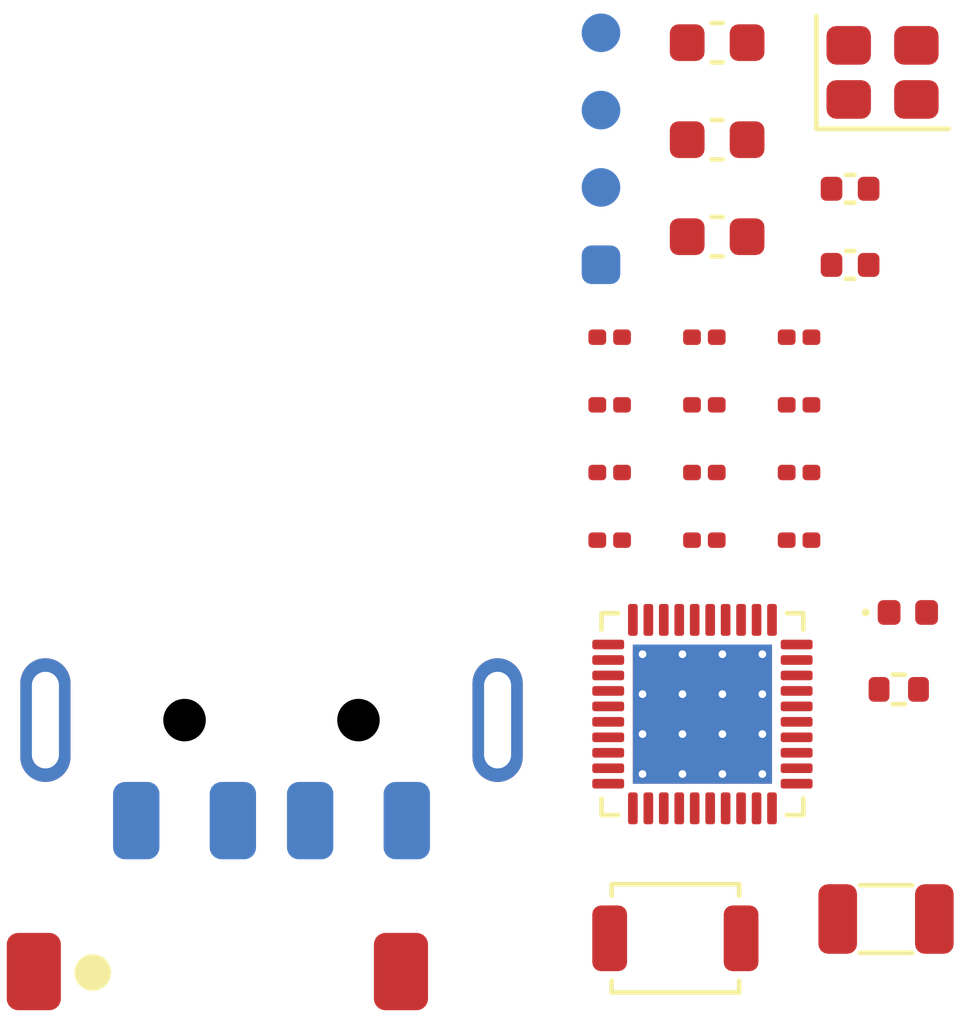
<source format=kicad_pcb>
(kicad_pcb (version 20241229) (generator "pcbnew") (generator_version "9.0")
  (layers (0 "F.Cu" signal) (2 "B.Cu" signal) (13 "F.Paste" user) (15 "B.Paste" user) (5 "F.SilkS" user "F.Silkscreen") (7 "B.SilkS" user "B.Silkscreen") (1 "F.Mask" user) (3 "B.Mask" user) (25 "Edge.Cuts" user))
  (net 0 "")
  (net 2 "Net-(AE1-A)")
  (net 3 "XC1")
  (net 4 "VSS_PA")
  (net 5 "XC2")
  (net 6 "ANT")
  (net 7 "Net-(C4-Pad1)")
  (net 8 "DEC1")
  (net 9 "VDD")
  (net 10 "DEC3")
  (net 11 "DEC4")
  (net 12 "XL2")
  (net 13 "XL1")
  (net 14 "VBUS")
  (net 15 "DECUSB")
  (net 16 "Net-(D1-K)")
  (net 17 "LED")
  (net 18 "D+")
  (net 19 "D-")
  (net 20 "SWC")
  (net 21 "SWD")
  (net 25 "DEC6")
  (net 27 "DEC5")
  (net 32 "RESET")
  (net 40 "GND")
  (footprint "dongle:TestPoint_Pad_1.0x1.0mm" (layer "F.Cu") (at 152.345 105.535)
    (property "Reference" "J5" (hide yes))
    (property "Value" "Conn_01x01_Pin" (hide yes))
    (pad "1" smd roundrect (at 0 0) (size 1 1) (layers "B.Cu" "B.Mask") (net 40 "GND"))
  )
  (footprint "dongle:Crystal_SMD_2520-4Pin_2.5x2.0mm" (layer "F.Cu") (at 159.63 100.56)
    (property "Reference" "Y1" (hide yes))
    (property "Value" "Crystal_GND24" (hide yes))
    (fp_line (start -1.71 -1.46) (end -1.71 1.46) (stroke (width 0.12)) (layer "F.SilkS"))
    (fp_line (start -1.71 1.46) (end 1.71 1.46) (stroke (width 0.12)) (layer "F.SilkS"))
    (pad "1" smd roundrect (at -0.875 0.7) (size 1.15 1) (layers "F.Cu" "F.Mask" "F.Paste") (net 3 "XC1"))
    (pad "2" smd roundrect (at 0.875 0.7) (size 1.15 1) (layers "F.Cu" "F.Mask" "F.Paste") (net 40 "GND"))
    (pad "3" smd roundrect (at 0.875 -0.7) (size 1.15 1) (layers "F.Cu" "F.Mask" "F.Paste") (net 5 "XC2"))
    (pad "4" smd roundrect (at -0.875 -0.7) (size 1.15 1) (layers "F.Cu" "F.Mask" "F.Paste") (net 40 "GND"))
  )
  (footprint "dongle:C_0201_0603Metric" (layer "F.Cu") (at 152.57 107.41)
    (property "Reference" "C1" (hide yes))
    (property "Value" "12pF" (hide yes))
    (pad "1" smd roundrect (at -0.32 0) (size 0.46 0.4) (layers "F.Cu" "F.Mask") (net 40 "GND"))
    (pad "2" smd roundrect (at 0.32 0) (size 0.46 0.4) (layers "F.Cu" "F.Mask") (net 3 "XC1"))
  )
  (footprint "dongle:L_0201_0603Metric" (layer "F.Cu") (at 157.47 110.91)
    (property "Reference" "L1" (hide yes))
    (property "Value" "4.7nH" (hide yes))
    (pad "1" smd roundrect (at -0.32 0) (size 0.46 0.4) (layers "F.Cu" "F.Mask") (net 6 "ANT"))
    (pad "2" smd roundrect (at 0.32 0) (size 0.46 0.4) (layers "F.Cu" "F.Mask") (net 7 "Net-(C4-Pad1)"))
  )
  (footprint "dongle:C_0201_0603Metric" (layer "F.Cu") (at 152.57 110.91)
    (property "Reference" "C3" (hide yes))
    (property "Value" "1pF" (hide yes))
    (pad "1" smd roundrect (at -0.32 0) (size 0.46 0.4) (layers "F.Cu" "F.Mask") (net 4 "VSS_PA"))
    (pad "2" smd roundrect (at 0.32 0) (size 0.46 0.4) (layers "F.Cu" "F.Mask") (net 6 "ANT"))
  )
  (footprint "dongle:C_0402_1005Metric" (layer "F.Cu") (at 158.79 105.54)
    (property "Reference" "C13" (hide yes))
    (property "Value" "1uF" (hide yes))
    (fp_line (start -0.107836 -0.36) (end 0.107836 -0.36) (stroke (width 0.12)) (layer "F.SilkS"))
    (fp_line (start -0.107836 0.36) (end 0.107836 0.36) (stroke (width 0.12)) (layer "F.SilkS"))
    (pad "1" smd roundrect (at -0.48 0) (size 0.56 0.62) (layers "F.Cu" "F.Mask" "F.Paste") (net 40 "GND"))
    (pad "2" smd roundrect (at 0.48 0) (size 0.56 0.62) (layers "F.Cu" "F.Mask" "F.Paste") (net 11 "DEC4"))
  )
  (footprint "dongle:C_0201_0603Metric" (layer "F.Cu") (at 155.02 110.91)
    (property "Reference" "C10" (hide yes))
    (property "Value" "100pF" (hide yes))
    (pad "1" smd roundrect (at -0.32 0) (size 0.46 0.4) (layers "F.Cu" "F.Mask") (net 40 "GND"))
    (pad "2" smd roundrect (at 0.32 0) (size 0.46 0.4) (layers "F.Cu" "F.Mask") (net 10 "DEC3"))
  )
  (footprint "dongle:TestPoint_Pad_D1.0mm" (layer "F.Cu") (at 152.345 101.535)
    (property "Reference" "J3" (hide yes))
    (property "Value" "Conn_01x01_Pin" (hide yes))
    (pad "1" smd circle (at 0 0) (size 1 1) (layers "B.Cu" "B.Mask") (net 20 "SWC"))
  )
  (footprint "dongle:R_0402_1005Metric" (layer "F.Cu") (at 160.05 116.52)
    (property "Reference" "R1" (hide yes))
    (property "Value" "1K" (hide yes))
    (fp_line (start -0.153641 -0.38) (end 0.153641 -0.38) (stroke (width 0.12)) (layer "F.SilkS"))
    (fp_line (start -0.153641 0.38) (end 0.153641 0.38) (stroke (width 0.12)) (layer "F.SilkS"))
    (pad "1" smd roundrect (at -0.51 0) (size 0.54 0.64) (layers "F.Cu" "F.Mask" "F.Paste") (net 16 "Net-(D1-K)"))
    (pad "2" smd roundrect (at 0.51 0) (size 0.54 0.64) (layers "F.Cu" "F.Mask" "F.Paste") (net 40 "GND"))
  )
  (footprint "dongle:C_0603_1608Metric" (layer "F.Cu") (at 155.35 99.79)
    (property "Reference" "C6" (hide yes))
    (property "Value" "4.7uF" (hide yes))
    (fp_line (start -0.14058 -0.51) (end 0.14058 -0.51) (stroke (width 0.12)) (layer "F.SilkS"))
    (fp_line (start -0.14058 0.51) (end 0.14058 0.51) (stroke (width 0.12)) (layer "F.SilkS"))
    (pad "1" smd roundrect (at -0.775 0) (size 0.9 0.95) (layers "F.Cu" "F.Mask" "F.Paste") (net 40 "GND"))
    (pad "2" smd roundrect (at 0.775 0) (size 0.9 0.95) (layers "F.Cu" "F.Mask" "F.Paste") (net 9 "VDD"))
  )
  (footprint "dongle:C_0603_1608Metric" (layer "F.Cu") (at 155.35 104.81)
    (property "Reference" "C19" (hide yes))
    (property "Value" "4.7uF" (hide yes))
    (fp_line (start -0.14058 -0.51) (end 0.14058 -0.51) (stroke (width 0.12)) (layer "F.SilkS"))
    (fp_line (start -0.14058 0.51) (end 0.14058 0.51) (stroke (width 0.12)) (layer "F.SilkS"))
    (pad "1" smd roundrect (at -0.775 0) (size 0.9 0.95) (layers "F.Cu" "F.Mask" "F.Paste") (net 40 "GND"))
    (pad "2" smd roundrect (at 0.775 0) (size 0.9 0.95) (layers "F.Cu" "F.Mask" "F.Paste") (net 15 "DECUSB"))
  )
  (footprint "dongle:C_0201_0603Metric" (layer "F.Cu") (at 152.57 109.16)
    (property "Reference" "C2" (hide yes))
    (property "Value" "12pF" (hide yes))
    (pad "1" smd roundrect (at -0.32 0) (size 0.46 0.4) (layers "F.Cu" "F.Mask") (net 40 "GND"))
    (pad "2" smd roundrect (at 0.32 0) (size 0.46 0.4) (layers "F.Cu" "F.Mask") (net 5 "XC2"))
  )
  (footprint "dongle:C_0201_0603Metric" (layer "F.Cu") (at 157.47 109.16)
    (property "Reference" "C16" (hide yes))
    (property "Value" "7pF" (hide yes))
    (pad "1" smd roundrect (at -0.32 0) (size 0.46 0.4) (layers "F.Cu" "F.Mask") (net 40 "GND"))
    (pad "2" smd roundrect (at 0.32 0) (size 0.46 0.4) (layers "F.Cu" "F.Mask") (net 13 "XL1"))
  )
  (footprint "dongle:C_0603_1608Metric" (layer "F.Cu") (at 155.35 102.3)
    (property "Reference" "C17" (hide yes))
    (property "Value" "4.7uF" (hide yes))
    (fp_line (start -0.14058 -0.51) (end 0.14058 -0.51) (stroke (width 0.12)) (layer "F.SilkS"))
    (fp_line (start -0.14058 0.51) (end 0.14058 0.51) (stroke (width 0.12)) (layer "F.SilkS"))
    (pad "1" smd roundrect (at -0.775 0) (size 0.9 0.95) (layers "F.Cu" "F.Mask" "F.Paste") (net 40 "GND"))
    (pad "2" smd roundrect (at 0.775 0) (size 0.9 0.95) (layers "F.Cu" "F.Mask" "F.Paste") (net 14 "VBUS"))
  )
  (footprint "dongle:C_0201_0603Metric" (layer "F.Cu") (at 155.02 109.16)
    (property "Reference" "C7" (hide yes))
    (property "Value" "100nF" (hide yes))
    (pad "1" smd roundrect (at -0.32 0) (size 0.46 0.4) (layers "F.Cu" "F.Mask") (net 40 "GND"))
    (pad "2" smd roundrect (at 0.32 0) (size 0.46 0.4) (layers "F.Cu" "F.Mask") (net 9 "VDD"))
  )
  (footprint "dongle:USB_A_Molex_48037-2200_Horizontal" (layer "F.Cu") (at 143.745 109.915)
    (property "Reference" "J1" (hide yes))
    (property "Value" "USB_A" (hide yes))
    (pad "" np_thru_hole circle (at -2.175 7.4 270) (size 1.1 1.1) (drill 1.1) (layers "*.Mask"))
    (pad "" np_thru_hole circle (at 2.325 7.4 270) (size 1.1 1.1) (drill 1.1) (layers "*.Mask"))
    (pad "1" smd roundrect (at 3.575 10 270) (size 2 1.2) (layers "B.Cu" "B.Mask" "B.Paste") (net 14 "VBUS"))
    (pad "2" smd roundrect (at 1.075 10 270) (size 2 1.2) (layers "B.Cu" "B.Mask" "B.Paste") (net 19 "D-"))
    (pad "3" smd roundrect (at -0.925 10 270) (size 2 1.2) (layers "B.Cu" "B.Mask" "B.Paste") (net 18 "D+"))
    (pad "4" smd roundrect (at -3.425 10 270) (size 2 1.2) (layers "B.Cu" "B.Mask" "B.Paste") (net 40 "GND"))
    (pad "5" thru_hole oval (at -5.775 7.4 270) (size 3.2 1.3) (drill oval 2.5 0.7) (property pad_prop_heatsink) (layers "*.Cu" "*.Mask") (net 40 "GND"))
    (pad "5" thru_hole oval (at 5.925 7.4 270) (size 3.2 1.3) (drill oval 2.5 0.7) (property pad_prop_heatsink) (layers "*.Cu" "*.Mask") (net 40 "GND"))
  )
  (footprint "dongle:L_0201_0603Metric" (layer "F.Cu") (at 157.47 112.66)
    (property "Reference" "L2" (hide yes))
    (property "Value" "2.2nH" (hide yes))
    (pad "1" smd roundrect (at -0.32 0) (size 0.46 0.4) (layers "F.Cu" "F.Mask") (net 7 "Net-(C4-Pad1)"))
    (pad "2" smd roundrect (at 0.32 0) (size 0.46 0.4) (layers "F.Cu" "F.Mask") (net 2 "Net-(AE1-A)"))
  )
  (footprint "dongle:C_0201_0603Metric" (layer "F.Cu") (at 155.02 112.66)
    (property "Reference" "C11" (hide yes))
    (property "Value" "100nF" (hide yes))
    (pad "1" smd roundrect (at -0.32 0) (size 0.46 0.4) (layers "F.Cu" "F.Mask") (net 40 "GND"))
    (pad "2" smd roundrect (at 0.32 0) (size 0.46 0.4) (layers "F.Cu" "F.Mask") (net 9 "VDD"))
  )
  (footprint "dongle:C_0402_1005Metric" (layer "F.Cu") (at 158.79 103.57)
    (property "Reference" "C12" (hide yes))
    (property "Value" "1uF" (hide yes))
    (fp_line (start -0.107836 -0.36) (end 0.107836 -0.36) (stroke (width 0.12)) (layer "F.SilkS"))
    (fp_line (start -0.107836 0.36) (end 0.107836 0.36) (stroke (width 0.12)) (layer "F.SilkS"))
    (pad "1" smd roundrect (at -0.48 0) (size 0.56 0.62) (layers "F.Cu" "F.Mask" "F.Paste") (net 40 "GND"))
    (pad "2" smd roundrect (at 0.48 0) (size 0.56 0.62) (layers "F.Cu" "F.Mask" "F.Paste") (net 9 "VDD"))
  )
  (footprint "dongle:QFN-40-1EP_5x5mm_P0.4mm_EP3.6x3.6mm_ThermalVias" (layer "F.Cu") (at 154.97 117.16)
    (property "Reference" "U3" (hide yes))
    (property "Value" "nRF52833_QDxx" (hide yes))
    (fp_line (start -2.61 -2.61) (end -2.185 -2.61) (stroke (width 0.12)) (layer "F.SilkS"))
    (fp_line (start -2.61 -2.185) (end -2.61 -2.61) (stroke (width 0.12)) (layer "F.SilkS"))
    (fp_line (start -2.61 2.61) (end -2.61 2.185) (stroke (width 0.12)) (layer "F.SilkS"))
    (fp_line (start -2.185 2.61) (end -2.61 2.61) (stroke (width 0.12)) (layer "F.SilkS"))
    (fp_line (start 2.185 -2.61) (end 2.61 -2.61) (stroke (width 0.12)) (layer "F.SilkS"))
    (fp_line (start 2.61 -2.61) (end 2.61 -2.185) (stroke (width 0.12)) (layer "F.SilkS"))
    (fp_line (start 2.61 2.185) (end 2.61 2.61) (stroke (width 0.12)) (layer "F.SilkS"))
    (fp_line (start 2.61 2.61) (end 2.185 2.61) (stroke (width 0.12)) (layer "F.SilkS"))
    (pad "1" smd roundrect (at -2.4375 -1.8) (size 0.825 0.25) (layers "F.Cu" "F.Mask" "F.Paste") (net 8 "DEC1"))
    (pad "2" smd roundrect (at -2.4375 -1.4) (size 0.825 0.25) (layers "F.Cu" "F.Mask" "F.Paste") (net 13 "XL1"))
    (pad "3" smd roundrect (at -2.4375 -1) (size 0.825 0.25) (layers "F.Cu" "F.Mask" "F.Paste") (net 12 "XL2"))
    (pad "4" smd roundrect (at -2.4375 -0.6) (size 0.825 0.25) (layers "F.Cu" "F.Mask" "F.Paste"))
    (pad "5" smd roundrect (at -2.4375 -0.2) (size 0.825 0.25) (layers "F.Cu" "F.Mask" "F.Paste"))
    (pad "6" smd roundrect (at -2.4375 0.2) (size 0.825 0.25) (layers "F.Cu" "F.Mask" "F.Paste"))
    (pad "7" smd roundrect (at -2.4375 0.6) (size 0.825 0.25) (layers "F.Cu" "F.Mask" "F.Paste"))
    (pad "8" smd roundrect (at -2.4375 1) (size 0.825 0.25) (layers "F.Cu" "F.Mask" "F.Paste") (net 9 "VDD"))
    (pad "9" smd roundrect (at -2.4375 1.4) (size 0.825 0.25) (layers "F.Cu" "F.Mask" "F.Paste") (net 14 "VBUS"))
    (pad "10" smd roundrect (at -2.4375 1.8) (size 0.825 0.25) (layers "F.Cu" "F.Mask" "F.Paste") (net 14 "VBUS"))
    (pad "11" smd roundrect (at -1.8 2.4375) (size 0.25 0.825) (layers "F.Cu" "F.Mask" "F.Paste") (net 15 "DECUSB"))
    (pad "12" smd roundrect (at -1.4 2.4375) (size 0.25 0.825) (layers "F.Cu" "F.Mask" "F.Paste") (net 19 "D-"))
    (pad "13" smd roundrect (at -1 2.4375) (size 0.25 0.825) (layers "F.Cu" "F.Mask" "F.Paste") (net 18 "D+"))
    (pad "14" smd roundrect (at -0.6 2.4375) (size 0.25 0.825) (layers "F.Cu" "F.Mask" "F.Paste"))
    (pad "15" smd roundrect (at -0.2 2.4375) (size 0.25 0.825) (layers "F.Cu" "F.Mask" "F.Paste"))
    (pad "16" smd roundrect (at 0.2 2.4375) (size 0.25 0.825) (layers "F.Cu" "F.Mask" "F.Paste") (net 32 "RESET"))
    (pad "17" smd roundrect (at 0.6 2.4375) (size 0.25 0.825) (layers "F.Cu" "F.Mask" "F.Paste"))
    (pad "18" smd roundrect (at 1 2.4375) (size 0.25 0.825) (layers "F.Cu" "F.Mask" "F.Paste") (net 9 "VDD"))
    (pad "19" smd roundrect (at 1.4 2.4375) (size 0.25 0.825) (layers "F.Cu" "F.Mask" "F.Paste") (net 21 "SWD"))
    (pad "20" smd roundrect (at 1.8 2.4375) (size 0.25 0.825) (layers "F.Cu" "F.Mask" "F.Paste") (net 20 "SWC"))
    (pad "21" smd roundrect (at 2.4375 1.8) (size 0.825 0.25) (layers "F.Cu" "F.Mask" "F.Paste") (net 27 "DEC5"))
    (pad "22" smd roundrect (at 2.4375 1.4) (size 0.825 0.25) (layers "F.Cu" "F.Mask" "F.Paste"))
    (pad "23" smd roundrect (at 2.4375 1) (size 0.825 0.25) (layers "F.Cu" "F.Mask" "F.Paste") (net 17 "LED"))
    (pad "24" smd roundrect (at 2.4375 0.6) (size 0.825 0.25) (layers "F.Cu" "F.Mask" "F.Paste") (net 6 "ANT"))
    (pad "25" smd roundrect (at 2.4375 0.2) (size 0.825 0.25) (layers "F.Cu" "F.Mask" "F.Paste") (net 4 "VSS_PA"))
    (pad "26" smd roundrect (at 2.4375 -0.2) (size 0.825 0.25) (layers "F.Cu" "F.Mask" "F.Paste") (net 25 "DEC6"))
    (pad "27" smd roundrect (at 2.4375 -0.6) (size 0.825 0.25) (layers "F.Cu" "F.Mask" "F.Paste") (net 10 "DEC3"))
    (pad "28" smd roundrect (at 2.4375 -1) (size 0.825 0.25) (layers "F.Cu" "F.Mask" "F.Paste") (net 3 "XC1"))
    (pad "29" smd roundrect (at 2.4375 -1.4) (size 0.825 0.25) (layers "F.Cu" "F.Mask" "F.Paste") (net 5 "XC2"))
    (pad "30" smd roundrect (at 2.4375 -1.8) (size 0.825 0.25) (layers "F.Cu" "F.Mask" "F.Paste") (net 9 "VDD"))
    (pad "31" smd roundrect (at 1.8 -2.4375) (size 0.25 0.825) (layers "F.Cu" "F.Mask" "F.Paste"))
    (pad "32" smd roundrect (at 1.4 -2.4375) (size 0.25 0.825) (layers "F.Cu" "F.Mask" "F.Paste"))
    (pad "33" smd roundrect (at 1 -2.4375) (size 0.25 0.825) (layers "F.Cu" "F.Mask" "F.Paste"))
    (pad "34" smd roundrect (at 0.6 -2.4375) (size 0.25 0.825) (layers "F.Cu" "F.Mask" "F.Paste"))
    (pad "35" smd roundrect (at 0.2 -2.4375) (size 0.25 0.825) (layers "F.Cu" "F.Mask" "F.Paste"))
    (pad "36" smd roundrect (at -0.2 -2.4375) (size 0.25 0.825) (layers "F.Cu" "F.Mask" "F.Paste"))
    (pad "37" smd roundrect (at -0.6 -2.4375) (size 0.25 0.825) (layers "F.Cu" "F.Mask" "F.Paste") (net 40 "GND"))
    (pad "38" smd roundrect (at -1 -2.4375) (size 0.25 0.825) (layers "F.Cu" "F.Mask" "F.Paste") (net 11 "DEC4"))
    (pad "39" smd roundrect (at -1.4 -2.4375) (size 0.25 0.825) (layers "F.Cu" "F.Mask" "F.Paste"))
    (pad "40" smd roundrect (at -1.8 -2.4375) (size 0.25 0.825) (layers "F.Cu" "F.Mask" "F.Paste") (net 9 "VDD"))
    (pad "41" thru_hole circle (at -1.55 -1.55) (size 0.5 0.5) (drill 0.2) (property pad_prop_heatsink) (layers "*.Cu") (net 40 "GND"))
    (pad "41" thru_hole circle (at -1.55 -0.516667) (size 0.5 0.5) (drill 0.2) (property pad_prop_heatsink) (layers "*.Cu") (net 40 "GND"))
    (pad "41" thru_hole circle (at -1.55 0.516667) (size 0.5 0.5) (drill 0.2) (property pad_prop_heatsink) (layers "*.Cu") (net 40 "GND"))
    (pad "41" thru_hole circle (at -1.55 1.55) (size 0.5 0.5) (drill 0.2) (property pad_prop_heatsink) (layers "*.Cu") (net 40 "GND"))
    (pad "41" thru_hole circle (at -0.516667 -1.55) (size 0.5 0.5) (drill 0.2) (property pad_prop_heatsink) (layers "*.Cu") (net 40 "GND"))
    (pad "41" thru_hole circle (at -0.516667 -0.516667) (size 0.5 0.5) (drill 0.2) (property pad_prop_heatsink) (layers "*.Cu") (net 40 "GND"))
    (pad "41" thru_hole circle (at -0.516667 0.516667) (size 0.5 0.5) (drill 0.2) (property pad_prop_heatsink) (layers "*.Cu") (net 40 "GND"))
    (pad "41" thru_hole circle (at -0.516667 1.55) (size 0.5 0.5) (drill 0.2) (property pad_prop_heatsink) (layers "*.Cu") (net 40 "GND"))
    (pad "41" smd rect (at 0 0) (size 3.6 3.6) (property pad_prop_heatsink) (layers "F.Cu" "F.Mask") (net 40 "GND"))
    (pad "41" smd rect (at 0 0) (size 3.6 3.6) (property pad_prop_heatsink) (layers "B.Cu") (net 40 "GND"))
    (pad "41" thru_hole circle (at 0.516667 -1.55) (size 0.5 0.5) (drill 0.2) (property pad_prop_heatsink) (layers "*.Cu") (net 40 "GND"))
    (pad "41" thru_hole circle (at 0.516667 -0.516667) (size 0.5 0.5) (drill 0.2) (property pad_prop_heatsink) (layers "*.Cu") (net 40 "GND"))
    (pad "41" thru_hole circle (at 0.516667 0.516667) (size 0.5 0.5) (drill 0.2) (property pad_prop_heatsink) (layers "*.Cu") (net 40 "GND"))
    (pad "41" thru_hole circle (at 0.516667 1.55) (size 0.5 0.5) (drill 0.2) (property pad_prop_heatsink) (layers "*.Cu") (net 40 "GND"))
    (pad "41" thru_hole circle (at 1.55 -1.55) (size 0.5 0.5) (drill 0.2) (property pad_prop_heatsink) (layers "*.Cu") (net 40 "GND"))
    (pad "41" thru_hole circle (at 1.55 -0.516667) (size 0.5 0.5) (drill 0.2) (property pad_prop_heatsink) (layers "*.Cu") (net 40 "GND"))
    (pad "41" thru_hole circle (at 1.55 0.516667) (size 0.5 0.5) (drill 0.2) (property pad_prop_heatsink) (layers "*.Cu") (net 40 "GND"))
    (pad "41" thru_hole circle (at 1.55 1.55) (size 0.5 0.5) (drill 0.2) (property pad_prop_heatsink) (layers "*.Cu") (net 40 "GND"))
  )
  (footprint "dongle:SW_SPST_B3U-1000P" (layer "F.Cu") (at 154.27 122.96)
    (property "Reference" "SW1" (hide yes))
    (property "Value" "SW_Push_45deg" (hide yes))
    (fp_line (start -1.65 -1.4) (end 1.65 -1.4) (stroke (width 0.12)) (layer "F.SilkS"))
    (fp_line (start -1.65 -1.1) (end -1.65 -1.4) (stroke (width 0.12)) (layer "F.SilkS"))
    (fp_line (start -1.65 1.1) (end -1.65 1.4) (stroke (width 0.12)) (layer "F.SilkS"))
    (fp_line (start -1.65 1.4) (end 1.65 1.4) (stroke (width 0.12)) (layer "F.SilkS"))
    (fp_line (start 1.65 -1.4) (end 1.65 -1.1) (stroke (width 0.12)) (layer "F.SilkS"))
    (fp_line (start 1.65 1.4) (end 1.65 1.1) (stroke (width 0.12)) (layer "F.SilkS"))
    (pad "1" smd roundrect (at -1.7 0) (size 0.9 1.7) (layers "F.Cu" "F.Mask" "F.Paste") (net 32 "RESET"))
    (pad "2" smd roundrect (at 1.7 0) (size 0.9 1.7) (layers "F.Cu" "F.Mask" "F.Paste") (net 40 "GND"))
  )
  (footprint "dongle:Crystal_SMD_3215-2Pin_3.2x1.5mm" (layer "F.Cu") (at 159.72 122.46)
    (property "Reference" "Y2" (hide yes))
    (property "Value" "Crystal_Small" (hide yes))
    (fp_line (start -0.675 -0.875) (end 0.675 -0.875) (stroke (width 0.12)) (layer "F.SilkS"))
    (fp_line (start -0.675 0.875) (end 0.675 0.875) (stroke (width 0.12)) (layer "F.SilkS"))
    (pad "1" smd roundrect (at 1.25 0) (size 1 1.8) (layers "F.Cu" "F.Mask" "F.Paste") (net 12 "XL2"))
    (pad "2" smd roundrect (at -1.25 0) (size 1 1.8) (layers "F.Cu" "F.Mask" "F.Paste") (net 13 "XL1"))
  )
  (footprint "dongle:LED_0402_1005Metric" (layer "F.Cu") (at 160.285 114.53)
    (property "Reference" "D1" (hide yes))
    (property "Value" "BLUE" (hide yes))
    (fp_circle (center -1.09 0) (end -1.04 0) (stroke (width 0.1)) (fill no) (layer "F.SilkS"))
    (pad "1" smd roundrect (at -0.485 0) (size 0.59 0.64) (layers "F.Cu" "F.Mask" "F.Paste") (net 16 "Net-(D1-K)"))
    (pad "2" smd roundrect (at 0.485 0) (size 0.59 0.64) (layers "F.Cu" "F.Mask" "F.Paste") (net 17 "LED"))
  )
  (footprint "dongle:C_0201_0603Metric" (layer "F.Cu") (at 157.47 107.41)
    (property "Reference" "C15" (hide yes))
    (property "Value" "7pF" (hide yes))
    (pad "1" smd roundrect (at -0.32 0) (size 0.46 0.4) (layers "F.Cu" "F.Mask") (net 12 "XL2"))
    (pad "2" smd roundrect (at 0.32 0) (size 0.46 0.4) (layers "F.Cu" "F.Mask") (net 40 "GND"))
  )
  (footprint "dongle:TestPoint_Pad_D1.0mm" (layer "F.Cu") (at 152.345 103.535)
    (property "Reference" "J4" (hide yes))
    (property "Value" "Conn_01x01_Pin" (hide yes))
    (pad "1" smd circle (at 0 0) (size 1 1) (layers "B.Cu" "B.Mask") (net 21 "SWD"))
  )
  (footprint "dongle:AN9520-245" (layer "F.Cu") (at 140.52 123.82)
    (property "Reference" "AE1" (hide yes))
    (property "Value" "Antenna_Shield" (hide yes))
    (fp_circle (center -1.325 0.025) (end -1.026184 -0.273816) (stroke (width 0.1)) (fill yes) (layer "F.SilkS"))
    (pad "1" smd roundrect (at -2.85 0) (size 1.4 2) (layers "F.Cu" "F.Mask" "F.Paste") (roundrect_rratio 0.208333) (net 2 "Net-(AE1-A)"))
    (pad "2" smd roundrect (at 6.65 0) (size 1.4 2) (layers "F.Cu" "F.Mask" "F.Paste") (roundrect_rratio 0.208333))
  )
  (footprint "dongle:C_0201_0603Metric" (layer "F.Cu") (at 152.57 112.66)
    (property "Reference" "C4" (hide yes))
    (property "Value" "1.2pF" (hide yes))
    (pad "1" smd roundrect (at -0.32 0) (size 0.46 0.4) (layers "F.Cu" "F.Mask") (net 7 "Net-(C4-Pad1)"))
    (pad "2" smd roundrect (at 0.32 0) (size 0.46 0.4) (layers "F.Cu" "F.Mask") (net 40 "GND"))
  )
  (footprint "dongle:TestPoint_Pad_D1.0mm" (layer "F.Cu") (at 152.345 99.535)
    (property "Reference" "J2" (hide yes))
    (property "Value" "Conn_01x01_Pin" (hide yes))
    (pad "1" smd circle (at 0 0) (size 1 1) (layers "B.Cu" "B.Mask") (net 9 "VDD"))
  )
  (footprint "dongle:C_0201_0603Metric" (layer "F.Cu") (at 155.02 107.41)
    (property "Reference" "C5" (hide yes))
    (property "Value" "100nF" (hide yes))
    (pad "1" smd roundrect (at -0.32 0) (size 0.46 0.4) (layers "F.Cu" "F.Mask") (net 40 "GND"))
    (pad "2" smd roundrect (at 0.32 0) (size 0.46 0.4) (layers "F.Cu" "F.Mask") (net 8 "DEC1"))
  )
)
</source>
